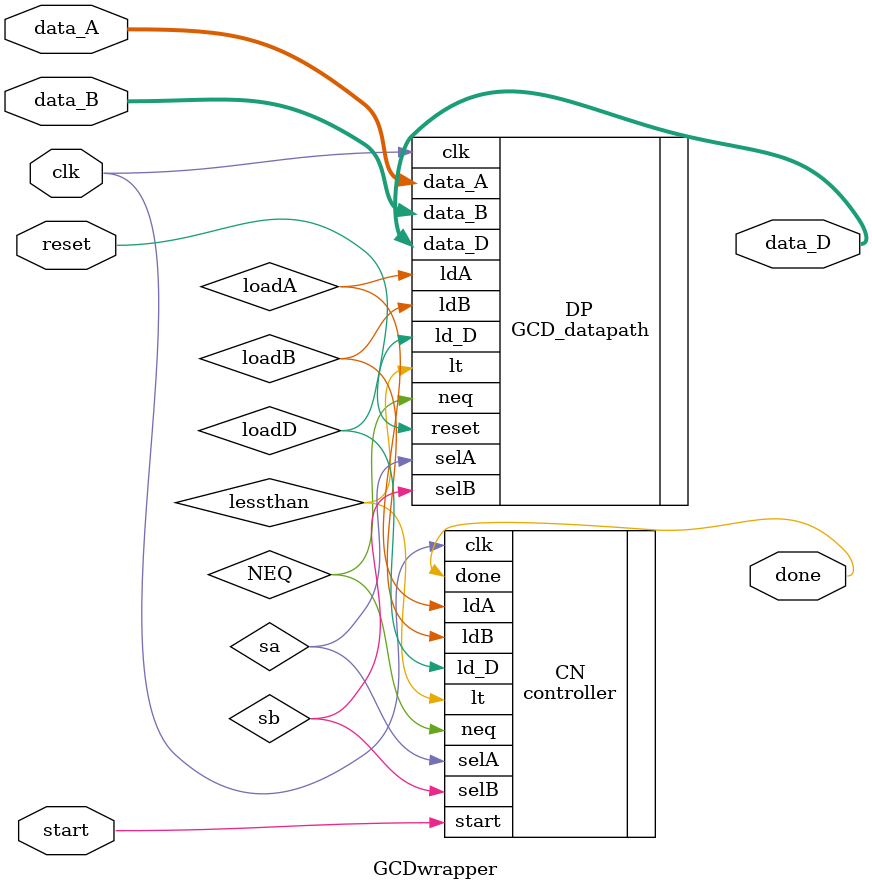
<source format=v>
`timescale 1ns / 1ps
module GCDwrapper(data_A, data_B, data_D, clk, reset, done, start);
input [3:0] data_A, data_B;
input clk, reset, start;
output [3:0] data_D;
output done;

wire lessthan, NEQ, loadA, loadB, sa, sb, loadD;

GCD_datapath DP(.lt(lessthan),
						.neq(NEQ),
						.ldA(loadA),
						.ldB(loadB),
						.selA(sa),
						.selB(sb),
						.ld_D(loadD),
						.data_A(data_A),
						.data_B(data_B),
						.data_D(data_D),
						.clk(clk), 
						.reset(reset));
						
controller CN(.ldA(loadA),
					.ldB(loadB),
					.selA(sa),
					.selB(sb),
					.ld_D(loadD),
					.clk(clk),
					.lt(lessthan),
					.neq(NEQ),
					.start(start),
					.done(done));


endmodule

</source>
